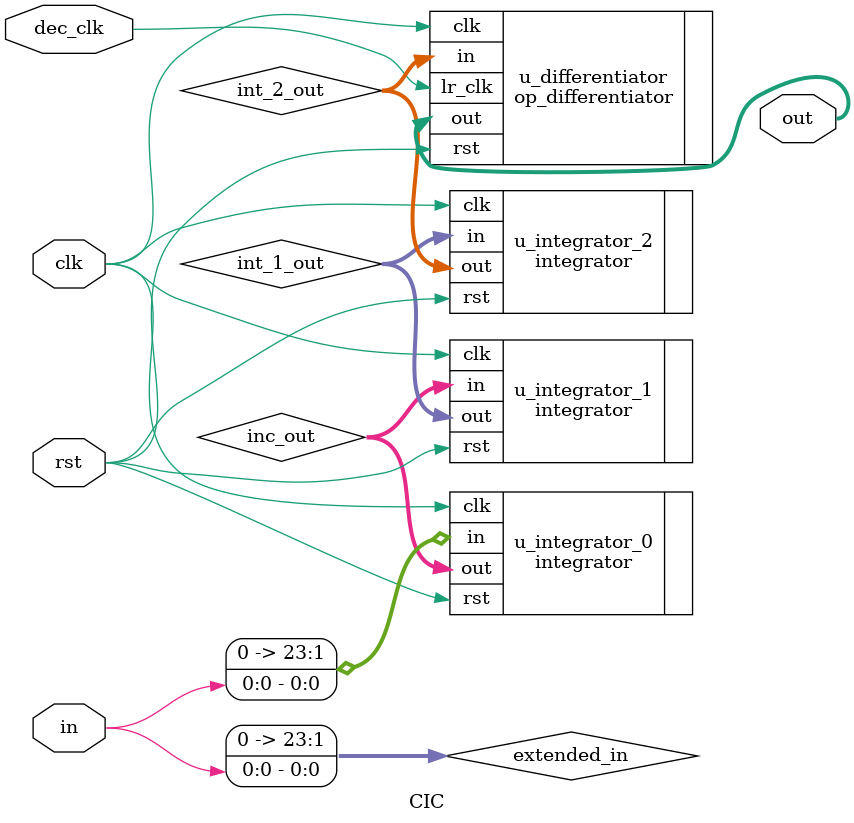
<source format=v>

`include "./verilog_src/incrementor.v"
`include "./verilog_src/integrator.v"
`include "./verilog_src/op_differentiator.v"

`timescale 10ps/10ps

module CIC (
    input wire clk,
    input wire dec_clk,
    input wire rst,
    input wire in,
    output [23:0] out 
);

    wire [23:0] inc_out;
    wire [23:0] int_1_out;
    wire [23:0] int_2_out;
	wire [23:0] extended_in;
	assign extended_in = {23'b00000000000000000000000, in}; 
    generate 
		integrator u_integrator_0(
			.clk(clk),
			.rst(rst),
			.in(extended_in),  // Pass the sign-extended input
			.out(inc_out)
		);
		integrator u_integrator_1(
			.clk(clk),
			.rst(rst),
			.in(inc_out),
			.out(int_1_out)
		);
		integrator u_integrator_2(
			.clk(clk),
			.rst(rst),
			.in(int_1_out),
			.out(int_2_out)
		);
		op_differentiator u_differentiator(
			.clk(clk),
			.rst(rst),
			.lr_clk(dec_clk),
			.in(int_2_out),
			.out(out)
		);
    endgenerate
				
endmodule

</source>
